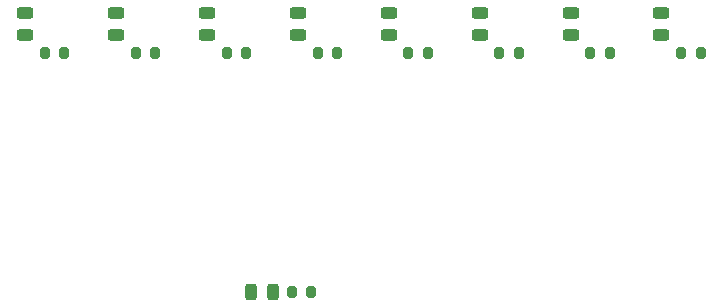
<source format=gtp>
G04 #@! TF.GenerationSoftware,KiCad,Pcbnew,(6.0.7)*
G04 #@! TF.CreationDate,2023-06-27T12:53:43-07:00*
G04 #@! TF.ProjectId,Power Supply Board Ground Systems,506f7765-7220-4537-9570-706c7920426f,rev?*
G04 #@! TF.SameCoordinates,Original*
G04 #@! TF.FileFunction,Paste,Top*
G04 #@! TF.FilePolarity,Positive*
%FSLAX46Y46*%
G04 Gerber Fmt 4.6, Leading zero omitted, Abs format (unit mm)*
G04 Created by KiCad (PCBNEW (6.0.7)) date 2023-06-27 12:53:43*
%MOMM*%
%LPD*%
G01*
G04 APERTURE LIST*
G04 Aperture macros list*
%AMRoundRect*
0 Rectangle with rounded corners*
0 $1 Rounding radius*
0 $2 $3 $4 $5 $6 $7 $8 $9 X,Y pos of 4 corners*
0 Add a 4 corners polygon primitive as box body*
4,1,4,$2,$3,$4,$5,$6,$7,$8,$9,$2,$3,0*
0 Add four circle primitives for the rounded corners*
1,1,$1+$1,$2,$3*
1,1,$1+$1,$4,$5*
1,1,$1+$1,$6,$7*
1,1,$1+$1,$8,$9*
0 Add four rect primitives between the rounded corners*
20,1,$1+$1,$2,$3,$4,$5,0*
20,1,$1+$1,$4,$5,$6,$7,0*
20,1,$1+$1,$6,$7,$8,$9,0*
20,1,$1+$1,$8,$9,$2,$3,0*%
G04 Aperture macros list end*
%ADD10RoundRect,0.243750X-0.456250X0.243750X-0.456250X-0.243750X0.456250X-0.243750X0.456250X0.243750X0*%
%ADD11RoundRect,0.200000X-0.200000X-0.275000X0.200000X-0.275000X0.200000X0.275000X-0.200000X0.275000X0*%
%ADD12RoundRect,0.243750X-0.243750X-0.456250X0.243750X-0.456250X0.243750X0.456250X-0.243750X0.456250X0*%
G04 APERTURE END LIST*
D10*
X59935997Y-35898700D03*
X59935997Y-37773700D03*
D11*
X92370484Y-39300000D03*
X94020484Y-39300000D03*
D10*
X83013710Y-35898700D03*
X83013710Y-37773700D03*
D11*
X76978084Y-39300000D03*
X78628084Y-39300000D03*
X61585684Y-39300000D03*
X63235684Y-39300000D03*
X46193284Y-39300000D03*
X47843284Y-39300000D03*
D10*
X44550855Y-35898700D03*
X44550855Y-37773700D03*
D11*
X53889484Y-39300000D03*
X55539484Y-39300000D03*
X84674284Y-39300000D03*
X86324284Y-39300000D03*
X38497084Y-39300000D03*
X40147084Y-39300000D03*
D12*
X55926250Y-59570001D03*
X57801250Y-59570001D03*
D10*
X75321139Y-35898700D03*
X75321139Y-37773700D03*
D11*
X69281884Y-39300000D03*
X70931884Y-39300000D03*
D10*
X36858284Y-35898700D03*
X36858284Y-37773700D03*
D11*
X59408749Y-59560000D03*
X61058749Y-59560000D03*
D10*
X90706284Y-35898700D03*
X90706284Y-37773700D03*
X52243426Y-35898700D03*
X52243426Y-37773700D03*
X67628568Y-35898700D03*
X67628568Y-37773700D03*
M02*

</source>
